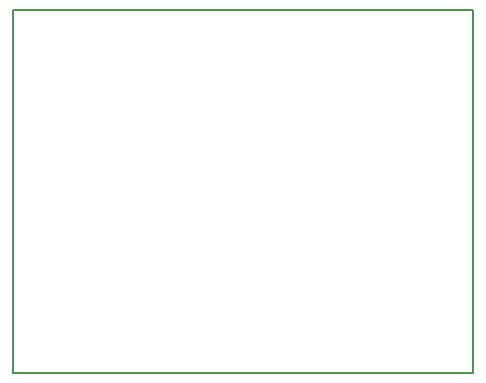
<source format=gko>
G04 Layer_Color=16711935*
%FSAX24Y24*%
%MOIN*%
G70*
G01*
G75*
%ADD25C,0.0079*%
D25*
X022015Y031677D02*
X037370D01*
Y019590D02*
Y031677D01*
X022015Y019590D02*
X037370D01*
X022015D02*
Y031677D01*
M02*

</source>
